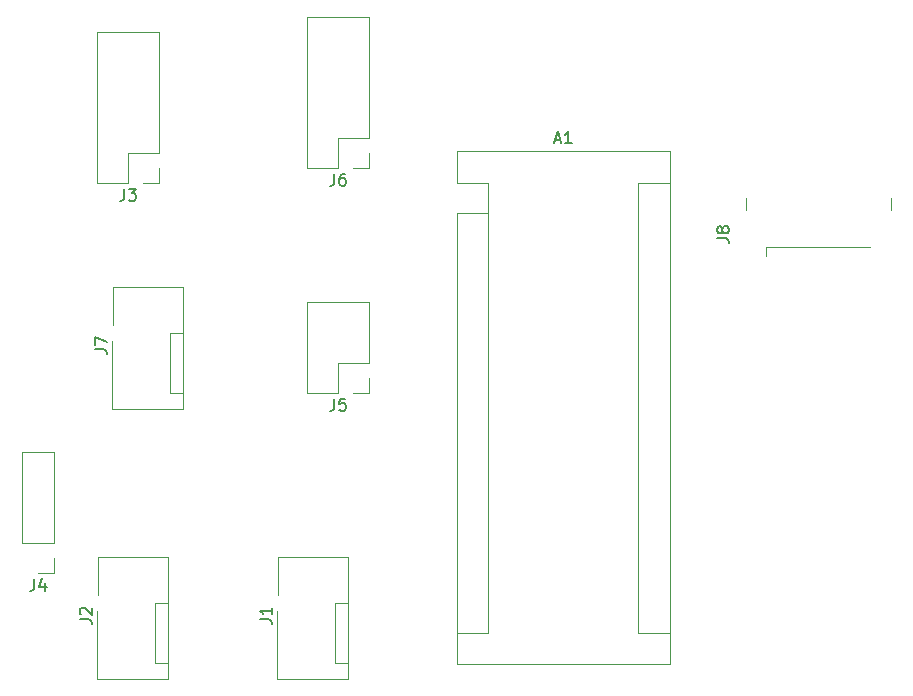
<source format=gbr>
%TF.GenerationSoftware,KiCad,Pcbnew,5.0.2-bee76a0~70~ubuntu14.04.1*%
%TF.CreationDate,2021-10-08T16:33:50+02:00*%
%TF.ProjectId,Literkarte Pong,4c697465-726b-4617-9274-6520506f6e67,rev?*%
%TF.SameCoordinates,Original*%
%TF.FileFunction,Legend,Top*%
%TF.FilePolarity,Positive*%
%FSLAX46Y46*%
G04 Gerber Fmt 4.6, Leading zero omitted, Abs format (unit mm)*
G04 Created by KiCad (PCBNEW 5.0.2-bee76a0~70~ubuntu14.04.1) date Fr 08 Okt 2021 16:33:50 CEST*
%MOMM*%
%LPD*%
G01*
G04 APERTURE LIST*
%ADD10C,0.120000*%
%ADD11C,0.150000*%
G04 APERTURE END LIST*
D10*
%TO.C,J8*%
X188640000Y-109620000D02*
X188640000Y-110375000D01*
X199185000Y-106450000D02*
X199185000Y-105400000D01*
X186895000Y-106450000D02*
X186895000Y-105400000D01*
X188640000Y-109620000D02*
X197440000Y-109620000D01*
%TO.C,J7*%
X138180000Y-116840000D02*
X139190000Y-116840000D01*
X138180000Y-121920000D02*
X138180000Y-116840000D01*
X139190000Y-121920000D02*
X138180000Y-121920000D01*
X139290000Y-123270000D02*
X133290000Y-123270000D01*
X139290000Y-112970000D02*
X139290000Y-123270000D01*
X133340000Y-112970000D02*
X139290000Y-112970000D01*
X133340000Y-116170000D02*
X133340000Y-112970000D01*
X133290000Y-123270000D02*
X133290000Y-117520000D01*
%TO.C,J6*%
X155000000Y-102930000D02*
X153670000Y-102930000D01*
X155000000Y-101600000D02*
X155000000Y-102930000D01*
X152400000Y-102930000D02*
X149800000Y-102930000D01*
X152400000Y-100330000D02*
X152400000Y-102930000D01*
X155000000Y-100330000D02*
X152400000Y-100330000D01*
X149800000Y-102930000D02*
X149800000Y-90110000D01*
X155000000Y-100330000D02*
X155000000Y-90110000D01*
X155000000Y-90110000D02*
X149800000Y-90110000D01*
%TO.C,J5*%
X155000000Y-121980000D02*
X153670000Y-121980000D01*
X155000000Y-120650000D02*
X155000000Y-121980000D01*
X152400000Y-121980000D02*
X149800000Y-121980000D01*
X152400000Y-119380000D02*
X152400000Y-121980000D01*
X155000000Y-119380000D02*
X152400000Y-119380000D01*
X149800000Y-121980000D02*
X149800000Y-114240000D01*
X155000000Y-119380000D02*
X155000000Y-114240000D01*
X155000000Y-114240000D02*
X149800000Y-114240000D01*
%TO.C,J4*%
X128330000Y-137220000D02*
X127000000Y-137220000D01*
X128330000Y-135890000D02*
X128330000Y-137220000D01*
X128330000Y-134620000D02*
X125670000Y-134620000D01*
X125670000Y-134620000D02*
X125670000Y-126940000D01*
X128330000Y-134620000D02*
X128330000Y-126940000D01*
X128330000Y-126940000D02*
X125670000Y-126940000D01*
%TO.C,J3*%
X137220000Y-104200000D02*
X135890000Y-104200000D01*
X137220000Y-102870000D02*
X137220000Y-104200000D01*
X134620000Y-104200000D02*
X132020000Y-104200000D01*
X134620000Y-101600000D02*
X134620000Y-104200000D01*
X137220000Y-101600000D02*
X134620000Y-101600000D01*
X132020000Y-104200000D02*
X132020000Y-91380000D01*
X137220000Y-101600000D02*
X137220000Y-91380000D01*
X137220000Y-91380000D02*
X132020000Y-91380000D01*
%TO.C,J2*%
X136910000Y-139700000D02*
X137920000Y-139700000D01*
X136910000Y-144780000D02*
X136910000Y-139700000D01*
X137920000Y-144780000D02*
X136910000Y-144780000D01*
X138020000Y-146130000D02*
X132020000Y-146130000D01*
X138020000Y-135830000D02*
X138020000Y-146130000D01*
X132070000Y-135830000D02*
X138020000Y-135830000D01*
X132070000Y-139030000D02*
X132070000Y-135830000D01*
X132020000Y-146130000D02*
X132020000Y-140380000D01*
%TO.C,J1*%
X152150000Y-139700000D02*
X153160000Y-139700000D01*
X152150000Y-144780000D02*
X152150000Y-139700000D01*
X153160000Y-144780000D02*
X152150000Y-144780000D01*
X153260000Y-146130000D02*
X147260000Y-146130000D01*
X153260000Y-135830000D02*
X153260000Y-146130000D01*
X147310000Y-135830000D02*
X153260000Y-135830000D01*
X147310000Y-139030000D02*
X147310000Y-135830000D01*
X147260000Y-146130000D02*
X147260000Y-140380000D01*
%TO.C,A1*%
X180470000Y-101470000D02*
X162430000Y-101470000D01*
X180470000Y-144910000D02*
X180470000Y-101470000D01*
X162430000Y-144910000D02*
X180470000Y-144910000D01*
X165100000Y-142240000D02*
X162430000Y-142240000D01*
X165100000Y-106680000D02*
X165100000Y-142240000D01*
X165100000Y-106680000D02*
X162430000Y-106680000D01*
X177800000Y-142240000D02*
X180470000Y-142240000D01*
X177800000Y-104140000D02*
X177800000Y-142240000D01*
X177800000Y-104140000D02*
X180470000Y-104140000D01*
X162430000Y-101470000D02*
X162430000Y-104140000D01*
X162430000Y-106680000D02*
X162430000Y-144910000D01*
X165100000Y-104140000D02*
X162430000Y-104140000D01*
X165100000Y-106680000D02*
X165100000Y-104140000D01*
%TO.C,J8*%
D11*
X184492380Y-108833333D02*
X185206666Y-108833333D01*
X185349523Y-108880952D01*
X185444761Y-108976190D01*
X185492380Y-109119047D01*
X185492380Y-109214285D01*
X184920952Y-108214285D02*
X184873333Y-108309523D01*
X184825714Y-108357142D01*
X184730476Y-108404761D01*
X184682857Y-108404761D01*
X184587619Y-108357142D01*
X184540000Y-108309523D01*
X184492380Y-108214285D01*
X184492380Y-108023809D01*
X184540000Y-107928571D01*
X184587619Y-107880952D01*
X184682857Y-107833333D01*
X184730476Y-107833333D01*
X184825714Y-107880952D01*
X184873333Y-107928571D01*
X184920952Y-108023809D01*
X184920952Y-108214285D01*
X184968571Y-108309523D01*
X185016190Y-108357142D01*
X185111428Y-108404761D01*
X185301904Y-108404761D01*
X185397142Y-108357142D01*
X185444761Y-108309523D01*
X185492380Y-108214285D01*
X185492380Y-108023809D01*
X185444761Y-107928571D01*
X185397142Y-107880952D01*
X185301904Y-107833333D01*
X185111428Y-107833333D01*
X185016190Y-107880952D01*
X184968571Y-107928571D01*
X184920952Y-108023809D01*
%TO.C,J7*%
X131792380Y-118253333D02*
X132506666Y-118253333D01*
X132649523Y-118300952D01*
X132744761Y-118396190D01*
X132792380Y-118539047D01*
X132792380Y-118634285D01*
X131792380Y-117872380D02*
X131792380Y-117205714D01*
X132792380Y-117634285D01*
%TO.C,J6*%
X152066666Y-103382380D02*
X152066666Y-104096666D01*
X152019047Y-104239523D01*
X151923809Y-104334761D01*
X151780952Y-104382380D01*
X151685714Y-104382380D01*
X152971428Y-103382380D02*
X152780952Y-103382380D01*
X152685714Y-103430000D01*
X152638095Y-103477619D01*
X152542857Y-103620476D01*
X152495238Y-103810952D01*
X152495238Y-104191904D01*
X152542857Y-104287142D01*
X152590476Y-104334761D01*
X152685714Y-104382380D01*
X152876190Y-104382380D01*
X152971428Y-104334761D01*
X153019047Y-104287142D01*
X153066666Y-104191904D01*
X153066666Y-103953809D01*
X153019047Y-103858571D01*
X152971428Y-103810952D01*
X152876190Y-103763333D01*
X152685714Y-103763333D01*
X152590476Y-103810952D01*
X152542857Y-103858571D01*
X152495238Y-103953809D01*
%TO.C,J5*%
X152066666Y-122432380D02*
X152066666Y-123146666D01*
X152019047Y-123289523D01*
X151923809Y-123384761D01*
X151780952Y-123432380D01*
X151685714Y-123432380D01*
X153019047Y-122432380D02*
X152542857Y-122432380D01*
X152495238Y-122908571D01*
X152542857Y-122860952D01*
X152638095Y-122813333D01*
X152876190Y-122813333D01*
X152971428Y-122860952D01*
X153019047Y-122908571D01*
X153066666Y-123003809D01*
X153066666Y-123241904D01*
X153019047Y-123337142D01*
X152971428Y-123384761D01*
X152876190Y-123432380D01*
X152638095Y-123432380D01*
X152542857Y-123384761D01*
X152495238Y-123337142D01*
%TO.C,J4*%
X126666666Y-137672380D02*
X126666666Y-138386666D01*
X126619047Y-138529523D01*
X126523809Y-138624761D01*
X126380952Y-138672380D01*
X126285714Y-138672380D01*
X127571428Y-138005714D02*
X127571428Y-138672380D01*
X127333333Y-137624761D02*
X127095238Y-138339047D01*
X127714285Y-138339047D01*
%TO.C,J3*%
X134286666Y-104652380D02*
X134286666Y-105366666D01*
X134239047Y-105509523D01*
X134143809Y-105604761D01*
X134000952Y-105652380D01*
X133905714Y-105652380D01*
X134667619Y-104652380D02*
X135286666Y-104652380D01*
X134953333Y-105033333D01*
X135096190Y-105033333D01*
X135191428Y-105080952D01*
X135239047Y-105128571D01*
X135286666Y-105223809D01*
X135286666Y-105461904D01*
X135239047Y-105557142D01*
X135191428Y-105604761D01*
X135096190Y-105652380D01*
X134810476Y-105652380D01*
X134715238Y-105604761D01*
X134667619Y-105557142D01*
%TO.C,J2*%
X130522380Y-141113333D02*
X131236666Y-141113333D01*
X131379523Y-141160952D01*
X131474761Y-141256190D01*
X131522380Y-141399047D01*
X131522380Y-141494285D01*
X130617619Y-140684761D02*
X130570000Y-140637142D01*
X130522380Y-140541904D01*
X130522380Y-140303809D01*
X130570000Y-140208571D01*
X130617619Y-140160952D01*
X130712857Y-140113333D01*
X130808095Y-140113333D01*
X130950952Y-140160952D01*
X131522380Y-140732380D01*
X131522380Y-140113333D01*
%TO.C,J1*%
X145762380Y-141113333D02*
X146476666Y-141113333D01*
X146619523Y-141160952D01*
X146714761Y-141256190D01*
X146762380Y-141399047D01*
X146762380Y-141494285D01*
X146762380Y-140113333D02*
X146762380Y-140684761D01*
X146762380Y-140399047D02*
X145762380Y-140399047D01*
X145905238Y-140494285D01*
X146000476Y-140589523D01*
X146048095Y-140684761D01*
%TO.C,A1*%
X170735714Y-100496666D02*
X171211904Y-100496666D01*
X170640476Y-100782380D02*
X170973809Y-99782380D01*
X171307142Y-100782380D01*
X172164285Y-100782380D02*
X171592857Y-100782380D01*
X171878571Y-100782380D02*
X171878571Y-99782380D01*
X171783333Y-99925238D01*
X171688095Y-100020476D01*
X171592857Y-100068095D01*
%TD*%
M02*

</source>
